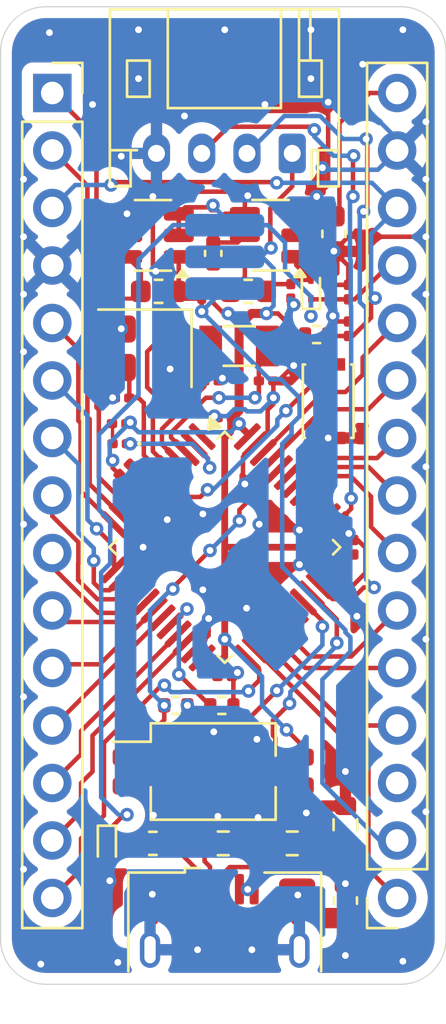
<source format=kicad_pcb>
(kicad_pcb (version 20241229) (generator "pcbnew") (generator_version "9.0")
  (layers (0 "F.Cu" signal) (2 "B.Cu" signal) (13 "F.Paste" user) (15 "B.Paste" user) (5 "F.SilkS" user "F.Silkscreen") (7 "B.SilkS" user "B.Silkscreen") (1 "F.Mask" user) (3 "B.Mask" user) (25 "Edge.Cuts" user))
  (net 0 "")
  (net 2 "VDD")
  (net 3 "RESET")
  (net 4 "3V3")
  (net 5 "VIN")
  (net 6 "5V")
  (net 7 "AREF")
  (net 8 "SWD_DIO")
  (net 9 "SWD_SCK")
  (net 10 "USB D-")
  (net 11 "USB D+")
  (net 12 "Net-(D1-A)")
  (net 13 "RTCIN")
  (net 14 "LED")
  (net 15 "OSCOUT")
  (net 16 "OSCIN")
  (net 17 "RTCOUT")
  (net 18 "Net-(J4-VBUS)")
  (net 19 "Net-(J4-D+)")
  (net 20 "Net-(J4-D-)")
  (net 21 "Net-(U2-SW)")
  (net 22 "Net-(U2-BST)")
  (net 23 "Net-(D2-A)")
  (net 24 "Net-(U3-SW)")
  (net 25 "Net-(U3-BST)")
  (net 26 "Net-(D3-A)")
  (net 27 "JTAG_JTDO")
  (net 28 "BOOT0")
  (net 29 "JTAG_JTDI")
  (net 30 "JTAG_JTRST")
  (net 31 "PB11")
  (net 32 "PB10")
  (net 33 "PB1")
  (net 34 "PB0")
  (net 35 "PA7")
  (net 36 "PA5")
  (net 37 "PA4")
  (net 38 "PA6")
  (net 39 "PA1")
  (net 40 "PA3")
  (net 41 "PA2")
  (net 42 "PA0")
  (net 43 "PB12")
  (net 44 "PB15")
  (net 45 "PB14")
  (net 46 "PB13")
  (net 47 "PB8")
  (net 48 "PB9")
  (net 49 "PB6")
  (net 50 "PB7")
  (net 51 "PB5")
  (net 52 "PA9")
  (net 53 "PA10")
  (net 54 "PA8")
  (net 55 "GND")
  (net 56 "BOOT1")
  (net 57 "Earth")
  (footprint "Resistor_SMD:R_0603_1608Metric" (layer "F.Cu") (at 139.636 91.567)
    (property "Reference" "R2" (hide yes))
    (property "Value" "20" (hide yes))
  )
  (footprint "Button_Switch_SMD:SW_DIP_SPSTx02_Slide_KingTek_DSHP02TS_W7.62mm_P1.27mm" (layer "F.Cu") (at 139.192 88.392)
    (property "Reference" "SW1" (hide yes))
    (property "Value" "SW_DIP_x02" (hide yes))
  )
  (footprint "Package_TO_SOT_SMD:TSOT-23-6" (layer "F.Cu") (at 141.7265 64.704 180)
    (property "Reference" "U2" (hide yes))
    (property "Value" "AP63205WU" (hide yes))
  )
  (footprint "Diode_SMD:D_SOD-923" (layer "F.Cu") (at 134.493 91.647 -90)
    (property "Reference" "D1" (hide yes))
    (property "Value" "onsemi ESD9L5.0ST5G" (hide yes))
  )
  (footprint "LED_SMD:LED_0201_0603Metric" (layer "F.Cu") (at 135.062 73.914 180)
    (property "Reference" "D3" (hide yes))
    (property "Value" "XL-0201SURC" (hide yes))
  )
  (footprint "Capacitor_SMD:C_0201_0603Metric" (layer "F.Cu") (at 144.399 67.219 90)
    (property "Reference" "C17" (hide yes))
    (property "Value" "X5R 6.3V 4.7uF" (hide yes))
  )
  (footprint "Resistor_SMD:R_0201_0603Metric" (layer "F.Cu") (at 135.037 73.025 180)
    (property "Reference" "R4" (hide yes))
    (property "Value" "4.7k" (hide yes))
  )
  (footprint "Capacitor_SMD:C_0201_0603Metric" (layer "F.Cu") (at 142.621 67.183 -90)
    (property "Reference" "C15" (hide yes))
    (property "Value" "X5R 6.3V 4.7uF" (hide yes))
  )
  (footprint "Package_TO_SOT_SMD:TSOT-23-6" (layer "F.Cu") (at 136.5305 64.709 180)
    (property "Reference" "U3" (hide yes))
    (property "Value" "AP63203WU" (hide yes))
  )
  (footprint "Resistor_SMD:R_0402_1005Metric" (layer "F.Cu") (at 143.762 69.088)
    (property "Reference" "R7" (hide yes))
    (property "Value" "100k" (hide yes))
  )
  (footprint "Capacitor_SMD:C_0603_1608Metric" (layer "F.Cu") (at 144.526 64.643 -90)
    (property "Reference" "C11" (hide yes))
    (property "Value" "X5R 25V 4.7uF" (hide yes))
  )
  (footprint "Capacitor_SMD:C_0201_0603Metric" (layer "F.Cu") (at 139.7 84.201)
    (property "Reference" "C8" (hide yes))
    (property "Value" "X5R 6.3V 100nF" (hide yes))
  )
  (footprint "Connector_JST:JST_PH_S4B-PH-K_1x04_P2.00mm_Horizontal" (layer "F.Cu") (at 142.684 61.087 180)
    (property "Reference" "J3" (hide yes))
    (property "Value" "Conn_01x04_Pin" (hide yes))
  )
  (footprint "Diode_SMD:D_SOD-923" (layer "F.Cu") (at 143.51 67.095 90)
    (property "Reference" "D2" (hide yes))
    (property "Value" "onsemi ESD9L5.0ST5G" (hide yes))
  )
  (footprint "Resistor_SMD:R_0603_1608Metric" (layer "F.Cu") (at 145.034 90.742 90)
    (property "Reference" "R3" (hide yes))
    (property "Value" "4.7k" (hide yes))
  )
  (footprint "Fuse:Fuse_0603_1608Metric" (layer "F.Cu") (at 136.525 91.567 180)
    (property "Reference" "F1" (hide yes))
    (property "Value" "0467001.NRHF" (hide yes))
  )
  (footprint "Capacitor_SMD:C_0201_0603Metric" (layer "F.Cu") (at 139.192 63.79 -90)
    (property "Reference" "C5" (hide yes))
    (property "Value" "X5R 6.3V 4.7uF" (hide yes))
  )
  (footprint "Capacitor_SMD:C_0201_0603Metric" (layer "F.Cu") (at 141.529 71.14)
    (property "Reference" "C1" (hide yes))
    (property "Value" "C0G 20pF 50V" (hide yes))
  )
  (footprint "Inductor_SMD:L_0603_1608Metric" (layer "F.Cu") (at 140.7415 67.183)
    (property "Reference" "L1" (hide yes))
    (property "Value" "LQM18PN4R7MFRL" (hide yes))
  )
  (footprint "Capacitor_SMD:C_0201_0603Metric" (layer "F.Cu") (at 145.161 68.834 90)
    (property "Reference" "C6" (hide yes))
    (property "Value" "X5R 6.3V 100nF" (hide yes))
  )
  (footprint "Button_Switch_SMD:SW_SPST_CK_KXT3" (layer "F.Cu") (at 144.272 72.035 90)
    (property "Reference" "SW2" (hide yes))
    (property "Value" "KXT331LHS" (hide yes))
  )
  (footprint "Package_QFP:LQFP-48_7x7mm_P0.5mm" (layer "F.Cu") (at 139.7 78.486 -45)
    (property "Reference" "U1" (hide yes))
    (property "Value" "STM32F103C8Tx" (hide yes))
  )
  (footprint "Crystal:Crystal_SMD_3225-4Pin_3.2x2.5mm" (layer "F.Cu") (at 136.1745 69.6965 180)
    (property "Reference" "Y1" (hide yes))
    (property "Value" "X32258MOB4SI" (hide yes))
  )
  (footprint "Resistor_SMD:R_0402_1005Metric" (layer "F.Cu") (at 137.539 85.471)
    (property "Reference" "R5" (hide yes))
    (property "Value" "100k" (hide yes))
  )
  (footprint "Capacitor_SMD:C_0201_0603Metric" (layer "F.Cu") (at 145.161 67.214 90)
    (property "Reference" "C18" (hide yes))
    (property "Value" "X5R 6.3V 4.7uF" (hide yes))
  )
  (footprint "Capacitor_SMD:C_0201_0603Metric" (layer "F.Cu") (at 139.7 72.771 180)
    (property "Reference" "C10" (hide yes))
    (property "Value" "X5R 6.3V 100nF" (hide yes))
  )
  (footprint "Capacitor_SMD:C_0201_0603Metric" (layer "F.Cu") (at 135.265048 75.046952 45)
    (property "Reference" "C9" (hide yes))
    (property "Value" "X5R 6.3V 100nF" (hide yes))
  )
  (footprint "Capacitor_SMD:C_0201_0603Metric" (layer "F.Cu") (at 134.874 67.183 -90)
    (property "Reference" "C14" (hide yes))
    (property "Value" "X5R 6.3V 100nF" (hide yes))
  )
  (footprint "Capacitor_SMD:C_0201_0603Metric" (layer "F.Cu") (at 138.684 67.183 90)
    (property "Reference" "C16" (hide yes))
    (property "Value" "X5R 6.3V 4.7uF" (hide yes))
  )
  (footprint "Connector_PinSocket_2.54mm:PinSocket_1x15_P2.54mm_Vertical" (layer "F.Cu") (at 132.08 58.42)
    (property "Reference" "J1" (hide yes))
    (property "Value" "Conn_01x15_Socket" (hide yes))
  )
  (footprint "Capacitor_SMD:C_0201_0603Metric" (layer "F.Cu") (at 137.069 71.8945)
    (property "Reference" "C3" (hide yes))
    (property "Value" "C0G 20pF 50V" (hide yes))
  )
  (footprint "Capacitor_SMD:C_0603_1608Metric" (layer "F.Cu") (at 145.034 94.094 -90)
    (property "Reference" "C12" (hide yes))
    (property "Value" "X5R 6.3V 100nF" (hide yes))
  )
  (footprint "Capacitor_SMD:C_0201_0603Metric" (layer "F.Cu") (at 145.415 78.486 90)
    (property "Reference" "C7" (hide yes))
    (property "Value" "X5R 6.3V 100nF" (hide yes))
  )
  (footprint "Crystal:Crystal_SMD_3215-2Pin_3.2x1.5mm" (layer "F.Cu") (at 140.33 69.596)
    (property "Reference" "Y2" (hide yes))
    (property "Value" "SC-32S32.768KHz20PPM12.5pF" (hide yes))
  )
  (footprint "Resistor_SMD:R_0402_1005Metric" (layer "F.Cu") (at 139.573 85.471)
    (property "Reference" "R6" (hide yes))
    (property "Value" "100k" (hide yes))
  )
  (footprint "Capacitor_SMD:C_0201_0603Metric" (layer "F.Cu") (at 135.164 71.8945 180)
    (property "Reference" "C4" (hide yes))
    (property "Value" "C0G 20pF 50V" (hide yes))
  )
  (footprint "Connector_PinSocket_2.54mm:PinSocket_1x15_P2.54mm_Vertical" (layer "F.Cu") (at 147.32 93.98 180)
    (property "Reference" "J2" (hide yes))
    (property "Value" "Conn_01x15_Socket" (hide yes))
  )
  (footprint "Inductor_SMD:L_0603_1608Metric" (layer "F.Cu") (at 136.779 67.183)
    (property "Reference" "L2" (hide yes))
    (property "Value" "LQM18PN4R7MFRL" (hide yes))
  )
  (footprint "Capacitor_SMD:C_0402_1005Metric" (layer "F.Cu") (at 139.192 65.504 -90)
    (property "Reference" "C13" (hide yes))
    (property "Value" "X7R 100nF 50V" (hide yes))
  )
  (footprint "Connector_USB:USB_Micro-B_Amphenol_10118193-0001LF_Horizontal" (layer "F.Cu") (at 139.7 96.266)
    (property "Reference" "J4" (hide yes))
    (property "Value" "USB_B_Micro" (hide yes))
  )
  (footprint "Resistor_SMD:R_0603_1608Metric" (layer "F.Cu") (at 142.684 91.567)
    (property "Reference" "R1" (hide yes))
    (property "Value" "20" (hide yes))
  )
  (footprint "Capacitor_SMD:C_0201_0603Metric" (layer "F.Cu") (at 139.116 71.14)
    (property "Reference" "C2" (hide yes))
    (property "Value" "C0G 20pF 50V" (hide yes))
  )
  (footprint "0000_Library:Voltage_Selector" (layer "B.Cu") (at 139.7 64.259 180)
    (property "Reference" "J5" (hide yes))
    (property "Value" "Conn_01x03_Pin" (hide yes))
  )
  (gr_line (start 149.479 56.61) (end 149.479 95.79) (stroke (width 0.05)) (layer "Edge.Cuts"))
  (gr_arc (start 131.794 97.79) (mid 130.379786 97.204214) (end 129.794 95.79) (stroke (width 0.05)) (layer "Edge.Cuts"))
  (gr_line (start 147.479 97.79) (end 131.794 97.79) (stroke (width 0.05)) (layer "Edge.Cuts"))
  (gr_line (start 129.794 95.79) (end 129.794 56.61) (stroke (width 0.05)) (layer "Edge.Cuts"))
  (gr_arc (start 129.794 56.61) (mid 130.379786 55.195786) (end 131.794 54.61) (stroke (width 0.05)) (layer "Edge.Cuts"))
  (gr_arc (start 149.479 95.79) (mid 148.893214 97.204214) (end 147.479 97.79) (stroke (width 0.05)) (layer "Edge.Cuts"))
  (gr_arc (start 147.479 54.61) (mid 148.893214 55.195786) (end 149.479 56.61) (stroke (width 0.05)) (layer "Edge.Cuts"))
  (gr_line (start 131.794 54.61) (end 147.479 54.61) (stroke (width 0.05)) (layer "Edge.Cuts"))
  (segment (start 140.698788 73.598124) (end 140.698788 73.449788) (width 0.3) (layer "F.Cu") (net 2))
  (segment (start 143.002 87.122) (end 143.002 87.757) (width 0.2) (layer "F.Cu") (net 2))
  (segment (start 143.252 69.088) (end 142.982001 69.088) (width 0.2) (layer "F.Cu") (net 2))
  (segment (start 139.38 84.201) (end 138.701212 83.522212) (width 0.2) (layer "F.Cu") (net 2))
  (segment (start 142.982001 69.088) (end 142.052001 68.158) (width 0.2) (layer "F.Cu") (net 2))
  (segment (start 141.5415 68.158) (end 140.884 68.158) (width 0.4) (layer "F.Cu") (net 2))
  (segment (start 139.38 83.632) (end 139.38 84.201) (width 0.3) (layer "F.Cu") (net 2))
  (segment (start 139.7 78.486) (end 144.653 78.486) (width 0.3) (layer "F.Cu") (net 2))
  (segment (start 135.468527 73.025) (end 135.524 72.969527) (width 0.2) (layer "F.Cu") (net 2))
  (segment (start 139.961 73.399) (end 139.7 73.66) (width 0.3) (layer "F.Cu") (net 2))
  (segment (start 144.736212 79.484788) (end 144.587876 79.484788) (width 0.2) (layer "F.Cu") (net 2))
  (segment (start 144.653 78.486) (end 144.973 78.806) (width 0.3) (layer "F.Cu") (net 2))
  (segment (start 140.335 68.707) (end 140.335 72.456) (width 0.4) (layer "F.Cu") (net 2))
  (segment (start 142.684 62.548) (end 142.684 61.087) (width 0.2) (layer "F.Cu") (net 2))
  (segment (start 140.335 72.456) (end 140.02 72.771) (width 0.4) (layer "F.Cu") (net 2))
  (segment (start 135.872785 76.426551) (end 135.038774 75.59254) (width 0.2) (layer "F.Cu") (net 2))
  (segment (start 134.747 74.981452) (end 135.038774 75.273226) (width 0.2) (layer "F.Cu") (net 2))
  (segment (start 140.335 73.025) (end 140.274 73.025) (width 0.2) (layer "F.Cu") (net 2))
  (segment (start 145.415 78.806) (end 144.736212 79.484788) (width 0.2) (layer "F.Cu") (net 2))
  (segment (start 139.961 72.83) (end 139.961 73.399) (width 0.3) (layer "F.Cu") (net 2))
  (segment (start 141.714986 65.235476) (end 141.714986 63.517014) (width 0.2) (layer "F.Cu") (net 2))
  (segment (start 135.357 73.025) (end 135.468527 73.025) (width 0.2) (layer "F.Cu") (net 2))
  (segment (start 140.884 68.158) (end 140.335 68.707) (width 0.4) (layer "F.Cu") (net 2))
  (segment (start 142.4305 86.5505) (end 143.002 87.122) (width 0.2) (layer "F.Cu") (net 2))
  (segment (start 143.002 89.027) (end 143.002 87.757) (width 0.2) (layer "F.Cu") (net 2))
  (segment (start 139.7 73.66) (end 139.7 78.486) (width 0.3) (layer "F.Cu") (net 2))
  (segment (start 140.02 72.771) (end 139.961 72.83) (width 0.3) (layer "F.Cu") (net 2))
  (segment (start 140.274 73.025) (end 140.02 72.771) (width 0.2) (layer "F.Cu") (net 2))
  (segment (start 141.714986 63.517014) (end 142.684 62.548) (width 0.2) (layer "F.Cu") (net 2))
  (segment (start 144.973 78.806) (end 145.415 78.806) (width 0.3) (layer "F.Cu") (net 2))
  (segment (start 142.052001 68.158) (end 141.5415 68.158) (width 0.2) (layer "F.Cu") (net 2))
  (segment (start 140.698788 73.449788) (end 140.02 72.771) (width 0.3) (layer "F.Cu") (net 2))
  (segment (start 139.7 78.486) (end 139.7 82.55) (width 0.3) (layer "F.Cu") (net 2))
  (segment (start 138.701212 83.522212) (end 138.701212 83.373876) (width 0.2) (layer "F.Cu") (net 2))
  (segment (start 141.744077 65.264567) (end 141.714986 65.235476) (width 0.2) (layer "F.Cu") (net 2))
  (segment (start 139.7 82.55) (end 139.7 83.312) (width 0.3) (layer "F.Cu") (net 2))
  (segment (start 134.747 74.6506) (end 134.747 74.981452) (width 0.2) (layer "F.Cu") (net 2))
  (segment (start 139.7 83.312) (end 139.38 83.632) (width 0.3) (layer "F.Cu") (net 2))
  (segment (start 135.038774 75.59254) (end 135.038774 75.273226) (width 0.2) (layer "F.Cu") (net 2))
  (via (at 141.744077 65.264567) (size 0.6) (drill 0.3) (layers "F.Cu" "B.Cu") (net 2))
  (via (at 140.335 73.025) (size 0.6) (drill 0.3) (layers "F.Cu" "B.Cu") (net 2))
  (via (at 134.747 74.6506) (size 0.6) (drill 0.3) (layers "F.Cu" "B.Cu") (net 2))
  (via (at 141.5415 68.158) (size 0.6) (drill 0.3) (layers "F.Cu" "B.Cu") (net 2))
  (via (at 139.7 82.55) (size 0.6) (drill 0.3) (layers "F.Cu" "B.Cu") (net 2))
  (via (at 142.4305 86.5505) (size 0.6) (drill 0.3) (layers "F.Cu" "B.Cu") (net 2))
  (via (at 135.524 72.969527) (size 0.6) (drill 0.3) (layers "F.Cu" "B.Cu") (net 2))
  (segment (start 141.351 84.201) (end 139.7 82.55) (width 0.2) (layer "B.Cu") (net 2))
  (segment (start 135.89 73.406) (end 139.954 73.406) (width 0.2) (layer "B.Cu") (net 2))
  (segment (start 141.315189 65.659) (end 139.7 65.659) (width 0.2) (layer "B.Cu") (net 2))
  (segment (start 141.351 65.659) (end 139.7 65.659) (width 0.2) (layer "B.Cu") (net 2))
  (segment (start 135.524 73.04) (end 135.524 72.969527) (width 0.2) (layer "B.Cu") (net 2))
  (segment (start 141.5415 68.1355) (end 141.859 67.818) (width 0.2) (layer "B.Cu") (net 2))
  (segment (start 134.62 73.873527) (end 134.62 74.5236) (width 0.2) (layer "B.Cu") (net 2))
  (segment (start 135.89 73.406) (end 135.524 73.04) (width 0.2) (layer "B.Cu") (net 2))
  (segment (start 141.859 66.167) (end 141.351 65.659) (width 0.2) (layer "B.Cu") (net 2))
  (segment (start 141.5415 68.158) (end 141.5415 68.1355) (width 0.2) (layer "B.Cu") (net 2))
  (segment (start 134.62 74.5236) (end 134.747 74.6506) (width 0.2) (layer "B.Cu") (net 2))
  (segment (start 141.738713 65.259203) (end 141.714986 65.259203) (width 0.2) (layer "B.Cu") (net 2))
  (segment (start 139.954 73.406) (end 140.335 73.025) (width 0.2) (layer "B.Cu") (net 2))
  (segment (start 135.524 72.969527) (end 134.62 73.873527) (width 0.2) (layer "B.Cu") (net 2))
  (segment (start 141.744077 65.264567) (end 141.738713 65.259203) (width 0.2) (layer "B.Cu") (net 2))
  (segment (start 141.714986 65.259203) (end 141.315189 65.659) (width 0.2) (layer "B.Cu") (net 2))
  (segment (start 141.859 67.818) (end 141.859 66.167) (width 0.2) (layer "B.Cu") (net 2))
  (segment (start 142.4305 86.5505) (end 141.351 85.471) (width 0.2) (layer "B.Cu") (net 2))
  (segment (start 141.351 85.471) (end 141.351 84.201) (width 0.2) (layer "B.Cu") (net 2))
  (segment (start 136.579891 75.719445) (end 137.125298 76.264852) (width 0.2) (layer "F.Cu") (net 3))
  (segment (start 145.161 69.154) (end 145.360999 69.154) (width 0.2) (layer "F.Cu") (net 3))
  (segment (start 144.272 70.590596) (end 144.272 70.41) (width 0.2) (layer "F.Cu") (net 3))
  (segment (start 144.338 69.154) (end 144.272 69.088) (width 0.2) (layer "F.Cu") (net 3))
  (segment (start 144.272 69.088) (end 144.272 70.41) (width 0.2) (layer "F.Cu") (net 3))
  (segment (start 145.360999 69.154) (end 146.169 68.345999) (width 0.2) (layer "F.Cu") (net 3))
  (segment (start 138.619148 76.264852) (end 138.938 75.946) (width 0.2) (layer "F.Cu") (net 3))
  (segment (start 134.6708 62.484) (end 134.7978 62.357) (width 0.2) (layer "F.Cu") (net 3))
  (segment (start 142.407098 72.455498) (end 144.272 70.590596) (width 0.2) (layer "F.Cu") (net 3))
  (segment (start 134.7978 62.357) (end 141.967585 62.357) (width 0.2) (layer "F.Cu") (net 3))
  (segment (start 141.967585 62.357) (end 141.997028 62.386443) (width 0.2) (layer "F.Cu") (net 3))
  (segment (start 137.125298 76.264852) (end 138.619148 76.264852) (width 0.2) (layer "F.Cu") (net 3))
  (segment (start 146.169 68.345999) (end 146.169 67.65853) (width 0.2) (layer "F.Cu") (net 3))
  (segment (start 145.161 69.154) (end 144.338 69.154) (width 0.2) (layer "F.Cu") (net 3))
  (segment (start 146.169 67.65853) (end 146.347265 67.480265) (width 0.2) (layer "F.Cu") (net 3))
  (via (at 138.938 75.946) (size 0.6) (drill 0.3) (layers "F.Cu" "B.Cu") (net 3))
  (via (at 141.997028 62.386443) (size 0.6) (drill 0.3) (layers "F.Cu" "B.Cu") (net 3))
  (via (at 146.347265 67.480265) (size 0.6) (drill 0.3) (layers "F.Cu" "B.Cu") (net 3))
  (via (at 134.6708 62.484) (size 0.6) (drill 0.3) (layers "F.Cu" "B.Cu") (net 3))
  (via (at 142.407098 72.455498) (size 0.6) (drill 0.3) (layers "F.Cu" "B.Cu") (net 3))
  (segment (start 146.347265 67.480265) (end 146.169 67.302) (width 0.2) (layer "B.Cu") (net 3))
  (segment (start 133.096 62.484) (end 132.08 63.5) (width 0.2) (layer "B.Cu") (net 3))
  (segment (start 142.024003 72.838593) (end 142.024003 73.113997) (width 0.2) (layer "B.Cu") (net 3))
  (segment (start 134.6708 62.484) (end 133.096 62.484) (width 0.2) (layer "B.Cu") (net 3))
  (segment (start 146.206443 62.386443) (end 147.32 63.5) (width 0.2) (layer "B.Cu") (net 3))
  (segment (start 141.997028 62.386443) (end 146.206443 62.386443) (width 0.2) (layer "B.Cu") (net 3))
  (segment (start 146.169 67.302) (end 146.169 64.651) (width 0.2) (layer "B.Cu") (net 3))
  (segment (start 139.192 75.946) (end 138.938 75.946) (width 0.2) (layer "B.Cu") (net 3))
  (segment (start 146.169 64.651) (end 147.32 63.5) (width 0.2) (layer "B.Cu") (net 3))
  (segment (start 142.024003 73.113997) (end 139.192 75.946) (width 0.2) (layer "B.Cu") (net 3))
  (segment (start 142.407098 72.455498) (end 142.024003 72.838593) (width 0.2) (layer "B.Cu") (net 3))
  (segment (start 137.668 65.659) (end 137.668 67.183) (width 0.2) (layer "F.Cu") (net 4))
  (segment (start 137.5665 67.183) (end 137.8865 67.503) (width 0.2) (layer "F.Cu") (net 4))
  (segment (start 137.8865 67.503) (end 138.684 67.503) (width 0.2) (layer "F.Cu") (net 4))
  (segment (start 138.684 68.072) (end 138.684 67.503) (width 0.2) (layer "F.Cu") (net 4))
  (via (at 138.684 68.072) (size 0.6) (drill 0.3) (layers "F.Cu" "B.Cu") (net 4))
  (segment (start 142.656041 73.056498) (end 143.008098 72.704441) (width 0.2) (layer "B.Cu") (net 4))
  (segment (start 141.6726 71.0606) (end 138.684 68.072) (width 0.2) (layer "B.Cu") (net 4))
  (segment (start 146.558 91.44) (end 144.018 88.9) (width 0.2) (layer "B.Cu") (net 4))
  (segment (start 142.24 73.914) (end 142.656041 73.497959) (width 0.2) (layer "B.Cu") (net 4))
  (segment (start 143.002 72.200457) (end 143.002 71.882) (width 0.2) (layer "B.Cu") (net 4))
  (segment (start 143.008098 72.704441) (end 143.008098 72.206555) (width 0.2) (layer "B.Cu") (net 4))
  (segment (start 138.684 68.072) (end 139.697 67.059) (width 0.2) (layer "B.Cu") (net 4))
  (segment (start 142.656041 73.497959) (end 142.656041 73.056498) (width 0.2) (layer "B.Cu") (net 4))
  (segment (start 139.697 67.059) (end 139.954 67.059) (width 0.2) (layer "B.Cu") (net 4))
  (segment (start 145.254 82.463057) (end 145.034 82.243057) (width 0.2) (layer "B.Cu") (net 4))
  (segment (start 147.32 91.44) (end 146.558 91.44) (width 0.2) (layer "B.Cu") (net 4))
  (segment (start 143.008098 72.206555) (end 143.002 72.200457) (width 0.2) (layer "B.Cu") (net 4))
  (segment (start 142.1806 71.0606) (end 141.6726 71.0606) (width 0.2) (layer "B.Cu") (net 4))
  (segment (start 144.018 84.328) (end 145.254 83.092) (width 0.2) (layer "B.Cu") (net 4))
  (segment (start 145.254 83.092) (end 145.254 82.463057) (width 0.2) (layer "B.Cu") (net 4))
  (segment (start 145.034 82.243057) (end 145.034 82.1436) (width 0.2) (layer "B.Cu") (net 4))
  (segment (start 142.24 79.3496) (end 142.24 73.914) (width 0.2) (layer "B.Cu") (net 4))
  (segment (start 145.034 82.1436) (end 142.24 79.3496) (width 0.2) (layer "B.Cu") (net 4))
  (segment (start 144.018 88.9) (end 144.018 84.328) (width 0.2) (layer "B.Cu") (net 4))
  (segment (start 143.002 71.882) (end 142.1806 71.0606) (width 0.2) (layer "B.Cu") (net 4))
  (segment (start 146.1008 58.42) (end 144.769 59.7518) (width 0.2) (layer "F.Cu") (net 5))
  (segment (start 147.32 58.42) (end 146.1008 58.42) (width 0.2) (layer "F.Cu") (net 5))
  (segment (start 144.769 59.7518) (end 144.769 63.625) (width 0.2) (layer "F.Cu") (net 5))
  (segment (start 142.864 64.704) (end 142.864 63.754) (width 0.2) (layer "F.Cu") (net 5))
  (segment (start 144.769 63.625) (end 144.526 63.868) (width 0.2) (layer "F.Cu") (net 5))
  (segment (start 144.526 63.868) (end 144.412 63.754) (width 0.2) (layer "F.Cu") (net 5))
  (segment (start 144.412 63.754) (end 142.864 63.754) (width 0.2) (layer "F.Cu") (net 5))
  (segment (start 139.180598 63.406176) (end 139.192 63.417578) (width 0.2) (layer "F.Cu") (net 6))
  (segment (start 146.939 66.04) (end 145.445 67.534) (width 0.2) (layer "F.Cu") (net 6))
  (segment (start 139.192 63.417578) (end 139.192 63.47) (width 0.2) (layer "F.Cu") (net 6))
  (segment (start 143.529 67.534) (end 143.51 67.515) (width 0.2) (layer "F.Cu") (net 6))
  (segment (start 137.668 64.709) (end 137.668 63.759) (width 0.2) (layer "F.Cu") (net 6))
  (segment (start 145.445 67.534) (end 143.529 67.534) (width 0.2) (layer "F.Cu") (net 6))
  (segment (start 147.32 66.04) (end 146.939 66.04) (width 0.2) (layer "F.Cu") (net 6))
  (segment (start 139.180598 63.38) (end 139.180598 63.406176) (width 0.2) (layer "F.Cu") (net 6))
  (segment (start 135.382 90.297) (end 135.255 90.297) (width 0.2) (layer "F.Cu") (net 6))
  (segment (start 135.255 90.297) (end 134.493 91.059) (width 0.2) (layer "F.Cu") (net 6))
  (segment (start 137.957 63.47) (end 139.192 63.47) (width 0.2) (layer "F.Cu") (net 6))
  (segment (start 134.493 91.059) (end 134.493 91.227) (width 0.2) (layer "F.Cu") (net 6))
  (segment (start 143.51 68.2752) (end 143.51 67.515) (width 0.2) (layer "F.Cu") (net 6))
  (segment (start 137.668 63.759) (end 137.957 63.47) (width 0.2) (layer "F.Cu") (net 6))
  (via (at 143.51 68.2752) (size 0.6) (drill 0.3) (layers "F.Cu" "B.Cu") (net 6))
  (via (at 135.382 90.297) (size 0.6) (drill 0.3) (layers "F.Cu" "B.Cu") (net 6))
  (via (at 139.180598 63.38) (size 0.6) (drill 0.3) (layers "F.Cu" "B.Cu") (net 6))
  (segment (start 139.7 63.925578) (end 139.7 64.259) (width 0.2) (layer "B.Cu") (net 6))
  (segment (start 139.180598 63.406176) (end 139.7 63.925578) (width 0.2) (layer "B.Cu") (net 6))
  (segment (start 134.923 72.722) (end 134.923 72.720584) (width 0.2) (layer "B.Cu") (net 6))
  (segment (start 135.89 65.786) (end 137.417 64.259) (width 0.2) (layer "B.Cu") (net 6))
  (segment (start 143.51 68.2752) (end 143.51 67.4116) (width 0.2) (layer "B.Cu") (net 6))
  (segment (start 142.367 66.2686) (end 142.367 65.024) (width 0.2) (layer "B.Cu") (net 6))
  (segment (start 135.89 71.755) (end 135.89 65.786) (width 0.2) (layer "B.Cu") (net 6))
  (segment (start 135.001 90.297) (end 134.239 89.535) (width 0.2) (layer "B.Cu") (net 6))
  (segment (start 137.417 64.259) (end 139.7 64.259) (width 0.2) (layer "B.Cu") (net 6))
  (segment (start 134.239 89.535) (end 134.239 79.600055) (width 0.2) (layer "B.Cu") (net 6))
  (segment (start 134.639668 79.199387) (end 134.639668 77.337268) (width 0.2) (layer "B.Cu") (net 6))
  (segment (start 134.639668 77.337268) (end 134.146 76.8436) (width 0.2) (layer "B.Cu") (net 6))
  (segment (start 142.367 65.024) (end 141.602 64.259) (width 0.2) (layer "B.Cu") (net 6))
  (segment (start 139.180598 63.38) (end 139.180598 63.406176) (width 0.2) (layer "B.Cu") (net 6))
  (segment (start 134.923 72.720584) (end 135.275057 72.368527) (width 0.2) (layer "B.Cu") (net 6))
  (segment (start 134.239 79.600055) (end 134.639668 79.199387) (width 0.2) (layer "B.Cu") (net 6))
  (segment (start 141.602 64.259) (end 139.7 64.259) (width 0.2) (layer "B.Cu") (net 6))
  (segment (start 143.51 67.4116) (end 142.367 66.2686) (width 0.2) (layer "B.Cu") (net 6))
  (segment (start 135.275057 72.368527) (end 135.276473 72.368527) (width 0.2) (layer "B.Cu") (net 6))
  (segment (start 134.146 73.499) (end 134.923 72.722) (width 0.2) (layer "B.Cu") (net 6))
  (segment (start 134.146 76.8436) (end 134.146 73.499) (width 0.2) (layer "B.Cu") (net 6))
  (segment (start 135.276473 72.368527) (end 135.89 71.755) (width 0.2) (layer "B.Cu") (net 6))
  (segment (start 146.304 80.264) (end 145.844424 80.264) (width 0.2) (layer "F.Cu") (net 8))
  (segment (start 145.9484 60.452) (end 145.9484 60.611358) (width 0.2) (layer "F.Cu") (net 8))
  (segment (start 145.998165 60.661123) (end 145.998165 63.491435) (width 0.2) (layer "F.Cu") (net 8))
  (segment (start 145.9484 60.611358) (end 145.998165 60.661123) (width 0.2) (layer "F.Cu") (net 8))
  (segment (start 144.613629 80.784749) (end 144.60088 80.772) (width 0.2) (layer "F.Cu") (net 8))
  (segment (start 145.844424 80.264) (end 145.323675 80.784749) (width 0.2) (layer "F.Cu") (net 8))
  (segment (start 144.460874 80.772) (end 143.880769 80.191895) (width 0.2) (layer "F.Cu") (net 8))
  (segment (start 145.998165 63.491435) (end 145.8372 63.6524) (width 0.2) (layer "F.Cu") (net 8))
  (segment (start 144.60088 80.772) (end 144.460874 80.772) (width 0.2) (layer "F.Cu") (net 8))
  (segment (start 145.323675 80.784749) (end 144.613629 80.784749) (width 0.2) (layer "F.Cu") (net 8))
  (via (at 145.9484 60.452) (size 0.6) (drill 0.3) (layers "F.Cu" "B.Cu") (net 8))
  (via (at 146.304 80.264) (size 0.6) (drill 0.3) (layers "F.Cu" "B.Cu") (net 8))
  (via (at 145.8372 63.6524) (size 0.6) (drill 0.3) (layers "F.Cu" "B.Cu") (net 8))
  (segment (start 145.669 67.651943) (end 145.669 63.8206) (width 0.2) (layer "B.Cu") (net 8))
  (segment (start 140.684 61.087) (end 140.843 61.087) (width 0.2) (layer "B.Cu") (net 8))
  (segment (start 145.9484 67.931343) (end 145.669 67.651943) (width 0.2) (layer "B.Cu") (net 8))
  (segment (start 145.9484 79.9084) (end 145.9484 67.931343) (width 0.2) (layer "B.Cu") (net 8))
  (segment (start 143.9164 59.436) (end 142.335 59.436) (width 0.2) (layer "B.Cu") (net 8))
  (segment (start 142.335 59.436) (end 140.684 61.087) (width 0.2) (layer "B.Cu") (net 8))
  (segment (start 144.9324 60.452) (end 143.9164 59.436) (width 0.2) (layer "B.Cu") (net 8))
  (segment (start 145.9484 60.452) (end 144.9324 60.452) (width 0.2) (layer "B.Cu") (net 8))
  (segment (start 145.669 63.8206) (end 145.8372 63.6524) (width 0.2) (layer "B.Cu") (net 8))
  (segment (start 146.304 80.264) (end 145.9484 79.9084) (width 0.2) (layer "B.Cu") (net 8))
  (segment (start 145.369 61.21953) (end 145.397165 61.191365) (width 0.2) (layer "F.Cu") (net 9))
  (segment (start 139.86 59.911) (end 138.684 61.087) (width 0.2) (layer "F.Cu") (net 9))
  (segment (start 143.657271 60.048671) (end 143.5196 59.911) (width 0.2) (layer "F.Cu") (net 9))
  (segment (start 143.5196 59.911) (end 139.86 59.911) (width 0.2) (layer "F.Cu") (net 9))
  (segment (start 143.65984 60.048671) (end 143.657271 60.048671) (width 0.2) (layer "F.Cu") (net 9))
  (segment (start 145.288 76.324675) (end 145.288 76.787088) (width 0.2) (layer "F.Cu") (net 9))
  (segment (start 145.288 76.787088) (end 144.587876 77.487212) (width 0.2) (layer "F.Cu") (net 9))
  (segment (start 145.369 62.992) (end 145.369 61.21953) (width 0.2) (layer "F.Cu") (net 9))
  (via (at 145.288 76.324675) (size 0.6) (drill 0.3) (layers "F.Cu" "B.Cu") (net 9))
  (via (at 145.397165 61.191365) (size 0.6) (drill 0.3) (layers "F.Cu" "B.Cu") (net 9))
  (via (at 143.65984 60.048671) (size 0.6) (drill 0.3) (layers "F.Cu" "B.Cu") (net 9))
  (via (at 145.369 62.992) (size 0.6) (drill 0.3) (layers "F.Cu" "B.Cu") (net 9))
  (segment (start 145.2362 63.403457) (end 145.2372 63.402457) (width 0.2) (layer "B.Cu") (net 9))
  (segment (start 145.2362 63.901343) (end 145.2362 63.403457) (width 0.2) (layer "B.Cu") (net 9))
  (segment (start 143.65984 60.34784) (end 144.503365 61.191365) (width 0.2) (layer "B.Cu") (net 9))
  (segment (start 145.288 67.838043) (end 145.268 67.818043) (width 0.2) (layer "B.Cu") (net 9))
  (segment (start 145.2372 63.1238) (end 145.369 62.992) (width 0.2) (layer "B.Cu") (net 9))
  (segment (start 145.2372 63.902343) (end 145.2362 63.901343) (width 0.2) (layer "B.Cu") (net 9))
  (segment (start 143.65984 60.048671) (end 143.65984 60.34784) (width 0.2) (layer "B.Cu") (net 9))
  (segment (start 139.065 61.087) (end 138.684 61.087) (width 0.2) (layer "B.Cu") (net 9))
  (segment (start 145.2372 65.7777) (end 145.2372 63.902343) (width 0.2) (layer "B.Cu") (net 9))
  (segment (start 145.268 67.818043) (end 145.268 65.8085) (width 0.2) (layer "B.Cu") (net 9))
  (segment (start 145.268 65.8085) (end 145.2372 65.7777) (width 0.2) (layer "B.Cu") (net 9))
  (segment (start 144.503365 61.191365) (end 145.397165 61.191365) (width 0.2) (layer "B.Cu") (net 9))
  (segment (start 145.288 76.324675) (end 145.288 67.838043) (width 0.2) (layer "B.Cu") (net 9))
  (segment (start 145.2372 63.402457) (end 145.2372 63.1238) (width 0.2) (layer "B.Cu") (net 9))
  (segment (start 144.018 81.9912) (end 144.018 81.74334) (width 0.2) (layer "F.Cu") (net 10))
  (segment (start 140.3096 91.4156) (end 140.461 91.567) (width 0.2) (layer "F.Cu") (net 10))
  (segment (start 140.3096 86.5124) (end 140.3096 91.4156) (width 0.2) (layer "F.Cu") (net 10))
  (segment (start 142.000663 84.821337) (end 140.3096 86.5124) (width 0.2) (layer "F.Cu") (net 10))
  (segment (start 142.000663 84.817173) (end 142.000663 84.821337) (width 0.2) (layer "F.Cu") (net 10))
  (segment (start 144.018 81.74334) (end 143.173662 80.899002) (width 0.2) (layer "F.Cu") (net 10))
  (via (at 144.018 81.9912) (size 0.6) (drill 0.3) (layers "F.Cu" "B.Cu") (net 10))
  (via (at 142.000663 84.817173) (size 0.6) (drill 0.3) (layers "F.Cu" "B.Cu") (net 10))
  (segment (start 142.004827 84.817173) (end 142.000663 84.817173) (width 0.2) (layer "B.Cu") (net 10))
  (segment (start 144.018 81.9912) (end 144.018 82.804) (width 0.2) (layer "B.Cu") (net 10))
  (segment (start 144.018 82.804) (end 142.004827 84.817173) (width 0.2) (layer "B.Cu") (net 10))
  (segment (start 142.499002 85.450208) (end 142.499002 85.465998) (width 0.2) (layer "F.Cu") (net 11))
  (segment (start 141.8295 86.799443) (end 141.9352 86.905143) (width 0.2) (layer "F.Cu") (net 11))
  (segment (start 144.653 82.712) (end 144.653 81.671234) (width 0.2) (layer "F.Cu") (net 11))
  (segment (start 141.9352 86.905143) (end 141.9352 90.2462) (width 0.2) (layer "F.Cu") (net 11))
  (segment (start 143.256 91.567) (end 143.509 91.567) (width 0.2) (layer "F.Cu") (net 11))
  (segment (start 141.8295 86.301557) (end 141.8295 86.799443) (width 0.2) (layer "F.Cu") (net 11))
  (segment (start 141.8336 86.1314) (end 141.8336 86.297457) (width 0.2) (layer "F.Cu") (net 11))
  (segment (start 141.9352 90.2462) (end 143.256 91.567) (width 0.2) (layer "F.Cu") (net 11))
  (segment (start 142.56635 85.38286) (end 142.499002 85.450208) (width 0.2) (layer "F.Cu") (net 11))
  (segment (start 142.499002 85.465998) (end 141.8336 86.1314) (width 0.2) (layer "F.Cu") (net 11))
  (segment (start 144.653 81.671234) (end 143.527215 80.545449) (width 0.2) (layer "F.Cu") (net 11))
  (segment (start 141.8336 86.297457) (end 141.8295 86.301557) (width 0.2) (layer "F.Cu") (net 11))
  (segment (start 143.509 91.567) (end 145.034 91.567) (width 0.2) (layer "F.Cu") (net 11))
  (via (at 144.653 82.712) (size 0.6) (drill 0.3) (layers "F.Cu" "B.Cu") (net 11))
  (via (at 142.56635 85.38286) (size 0.6) (drill 0.3) (layers "F.Cu" "B.Cu") (net 11))
  (segment (start 142.601663 84.880737) (end 142.601663 85.066116) (width 0.2) (layer "B.Cu") (net 11))
  (segment (start 142.56635 85.101429) (end 142.56635 85.38286) (width 0.2) (layer "B.Cu") (net 11))
  (segment (start 142.601663 85.066116) (end 142.56635 85.101429) (width 0.2) (layer "B.Cu") (net 11))
  (segment (start 144.653 82.8294) (end 142.601663 84.880737) (width 0.2) (layer "B.Cu") (net 11))
  (segment (start 144.653 82.712) (end 144.653 82.8294) (width 0.2) (layer "B.Cu") (net 11))
  (segment (start 134.493 92.067) (end 135.2375 92.067) (width 0.2) (layer "F.Cu") (net 12))
  (segment (start 135.2375 92.067) (end 135.7375 91.567) (width 0.2) (layer "F.Cu") (net 12))
  (segment (start 137.327 73.638126) (end 137.994105 74.305231) (width 0.2) (layer "F.Cu") (net 13))
  (segment (start 137.327 73.4251) (end 137.327 73.638126) (width 0.2) (layer "F.Cu") (net 13))
  (segment (start 138.8701 71.882) (end 137.327 73.4251) (width 0.2) (layer "F.Cu") (net 13))
  (segment (start 141.209 71.708) (end 141.209 71.14) (width 0.2) (layer "F.Cu") (net 13))
  (segment (start 139.446 71.882) (end 138.8701 71.882) (width 0.2) (layer "F.Cu") (net 13))
  (segment (start 141.035 71.882) (end 141.209 71.708) (width 0.2) (layer "F.Cu") (net 13))
  (segment (start 141.209 69.987) (end 141.209 71.14) (width 0.2) (layer "F.Cu") (net 13))
  (segment (start 141.58 69.835) (end 141.209 70.206) (width 0.2) (layer "F.Cu") (net 13))
  (via (at 141.035 71.882) (size 0.6) (drill 0.3) (layers "F.Cu" "B.Cu") (net 13))
  (via (at 139.446 71.882) (size 0.6) (drill 0.3) (layers "F.Cu" "B.Cu") (net 13))
  (segment (start 141.035 71.882) (end 139.446 71.882) (width 0.2) (layer "B.Cu") (net 13))
  (segment (start 135.524 73.914) (end 135.382 73.914) (width 0.2) (layer "F.Cu") (net 14))
  (segment (start 138.964152 74.903011) (end 138.964152 74.56817) (width 0.2) (layer "F.Cu") (net 14))
  (segment (start 138.964152 74.56817) (end 138.34766 73.951678) (width 0.2) (layer "F.Cu") (net 14))
  (segment (start 138.34766 73.951678) (end 138.347658 73.951678) (width 0.2) (layer "F.Cu") (net 14))
  (segment (start 139.033861 74.97272) (end 138.964152 74.903011) (width 0.2) (layer "F.Cu") (net 14))
  (via (at 135.524 73.914) (size 0.6) (drill 0.3) (layers "F.Cu" "B.Cu") (net 14))
  (via (at 139.033861 74.97272) (size 0.6) (drill 0.3) (layers "F.Cu" "B.Cu") (net 14))
  (segment (start 139.033861 74.97272) (end 138.964152 74.903011) (width 0.2) (layer "B.Cu") (net 14))
  (segment (start 138.964152 74.903011) (end 138.964152 74.600552) (width 0.2) (layer "B.Cu") (net 14))
  (segment (start 138.964152 74.600552) (end 138.2776 73.914) (width 0.2) (layer "B.Cu") (net 14))
  (segment (start 138.2776 73.914) (end 135.524 73.914) (width 0.2) (layer "B.Cu") (net 14))
  (segment (start 135.484 70.956) (end 135.0745 70.5465) (width 0.2) (layer "F.Cu") (net 15))
  (segment (start 136.271 74.56344) (end 136.124 74.41644) (width 0.2) (layer "F.Cu") (net 15))
  (segment (start 135.9025 71.8945) (end 135.484 71.8945) (width 0.2) (layer "F.Cu") (net 15))
  (segment (start 136.933445 75.365891) (end 136.271 74.703446) (width 0.2) (layer "F.Cu") (net 15))
  (segment (start 135.484 71.8945) (end 135.484 70.956) (width 0.2) (layer "F.Cu") (net 15))
  (segment (start 136.124 74.41644) (end 136.124 72.116) (width 0.2) (layer "F.Cu") (net 15))
  (segment (start 136.124 72.116) (end 135.9025 71.8945) (width 0.2) (layer "F.Cu") (net 15))
  (segment (start 136.271 74.703446) (end 136.271 74.56344) (width 0.2) (layer "F.Cu") (net 15))
  (segment (start 136.525 72.1185) (end 136.525 74.25034) (width 0.2) (layer "F.Cu") (net 16))
  (segment (start 136.749 71.8945) (end 136.2735 71.419) (width 0.2) (layer "F.Cu") (net 16))
  (segment (start 136.2735 69.8475) (end 137.2745 68.8465) (width 0.2) (layer "F.Cu") (net 16))
  (segment (start 136.2735 71.419) (end 136.2735 69.8475) (width 0.2) (layer "F.Cu") (net 16))
  (segment (start 136.525 74.25034) (end 137.286998 75.012338) (width 0.2) (layer "F.Cu") (net 16))
  (segment (start 136.779 71.8645) (end 136.525 72.1185) (width 0.2) (layer "F.Cu") (net 16))
  (segment (start 136.926 73.259) (end 136.926 73.944234) (width 0.2) (layer "F.Cu") (net 17))
  (segment (start 138.796 71.14) (end 138.796 69.9) (width 0.2) (layer "F.Cu") (net 17))
  (segment (start 138.796 70.119) (end 139.08 69.835) (width 0.2) (layer "F.Cu") (net 17))
  (segment (start 138.796 71.389) (end 136.926 73.259) (width 0.2) (layer "F.Cu") (net 17))
  (segment (start 138.796 71.14) (end 138.796 71.389) (width 0.2) (layer "F.Cu") (net 17))
  (segment (start 136.926 73.944234) (end 137.640551 74.658785) (width 0.2) (layer "F.Cu") (net 17))
  (segment (start 138.4 93.591) (end 138.4 92.6545) (width 0.2) (layer "F.Cu") (net 18))
  (segment (start 138.4 92.6545) (end 137.3125 91.567) (width 0.2) (layer "F.Cu") (net 18))
  (segment (start 139.7 92.837) (end 139.922 92.615) (width 0.2) (layer "F.Cu") (net 19))
  (segment (start 139.922 92.615) (end 140.811 92.615) (width 0.2) (layer "F.Cu") (net 19))
  (segment (start 139.7 93.591) (end 139.7 92.837) (width 0.2) (layer "F.Cu") (net 19))
  (segment (start 140.811 92.615) (end 141.859 91.567) (width 0.2) (layer "F.Cu") (net 19))
  (segment (start 139.05 92.598) (end 138.811 92.359) (width 0.2) (layer "F.Cu") (net 20))
  (segment (start 139.05 93.591) (end 139.05 92.598) (width 0.2) (layer "F.Cu") (net 20))
  (segment (start 138.811 92.359) (end 138.811 91.567) (width 0.2) (layer "F.Cu") (net 20))
  (segment (start 139.192 65.024) (end 140.269 65.024) (width 0.2) (layer "F.Cu") (net 21))
  (segment (start 140.269 65.024) (end 140.589 64.704) (width 0.2) (layer "F.Cu") (net 21))
  (segment (start 140.589 64.704) (end 140.234532 64.704) (width 0.2) (layer "F.Cu") (net 21))
  (segment (start 139.192 65.984) (end 140.259 65.984) (width 0.2) (layer "F.Cu") (net 22))
  (segment (start 140.589 66.548) (end 139.954 67.183) (width 0.2) (layer "F.Cu") (net 22))
  (segment (start 140.259 65.984) (end 140.589 65.654) (width 0.2) (layer "F.Cu") (net 22))
  (segment (start 140.589 65.654) (end 140.589 66.548) (width 0.2) (layer "F.Cu") (net 22))
  (segment (start 142.864 66.029) (end 143.51 66.675) (width 0.2) (layer "F.Cu") (net 23))
  (segment (start 143.51 66.675) (end 142.809 66.675) (width 0.2) (layer "F.Cu") (net 23))
  (segment (start 142.621 66.863) (end 141.849 66.863) (width 0.2) (layer "F.Cu") (net 23))
  (segment (start 141.849 66.863) (end 141.529 67.183) (width 0.2) (layer "F.Cu") (net 23))
  (segment (start 142.809 66.675) (end 142.621 66.863) (width 0.2) (layer "F.Cu") (net 23))
  (segment (start 142.864 65.654) (end 142.864 66.029) (width 0.2) (layer "F.Cu") (net 23))
  (segment (start 134.4295 66.4185) (end 134.4295 65.010001) (width 0.18) (layer "F.Cu") (net 24))
  (segment (start 134.874 66.863) (end 134.4295 66.4185) (width 0.18) (layer "F.Cu") (net 24))
  (segment (start 134.730501 64.709) (end 135.393 64.709) (width 0.18) (layer "F.Cu") (net 24))
  (segment (start 134.4295 65.010001) (end 134.730501 64.709) (width 0.18) (layer "F.Cu") (net 24))
  (segment (start 135.9915 67.183) (end 135.9915 66.2575) (width 0.2) (layer "F.Cu") (net 25))
  (segment (start 135.6715 67.503) (end 135.9915 67.183) (width 0.2) (layer "F.Cu") (net 25))
  (segment (start 135.9915 66.2575) (end 135.393 65.659) (width 0.2) (layer "F.Cu") (net 25))
  (segment (start 134.874 67.503) (end 135.6715 67.503) (width 0.18) (layer "F.Cu") (net 25))
  (segment (start 134.742 73) (end 134.742 73.914) (width 0.15) (layer "F.Cu") (net 26))
  (segment (start 137.029 85.471) (end 137.029 86.11) (width 0.2) (layer "F.Cu") (net 28))
  (segment (start 137.410049 80.267951) (end 137.410049 80.332624) (width 0.2) (layer "F.Cu") (net 28))
  (segment (start 139.05 78.628) (end 137.410049 80.267951) (width 0.2) (layer "F.Cu") (net 28))
  (segment (start 137.029 86.11) (end 135.382 87.757) (width 0.2) (layer "F.Cu") (net 28))
  (segment (start 142.113002 75.071998) (end 142.113002 75.012338) (width 0.2) (layer "F.Cu") (net 28))
  (segment (start 140.35 76.835) (end 142.113002 75.071998) (width 0.2) (layer "F.Cu") (net 28))
  (segment (start 140.35 77.3176) (end 140.35 76.835) (width 0.2) (layer "F.Cu") (net 28))
  (via (at 139.05 78.628) (size 0.6) (drill 0.3) (layers "F.Cu" "B.Cu") (net 28))
  (via (at 137.410049 80.332624) (size 0.6) (drill 0.3) (layers "F.Cu" "B.Cu") (net 28))
  (via (at 140.35 77.3176) (size 0.6) (drill 0.3) (layers "F.Cu" "B.Cu") (net 28))
  (via (at 137.029 85.471) (size 0.6) (drill 0.3) (layers "F.Cu" "B.Cu") (net 28))
  (segment (start 136.398 81.28) (end 136.398 84.84) (width 0.2) (layer "B.Cu") (net 28))
  (segment (start 140.35 77.328) (end 140.35 77.3176) (width 0.2) (layer "B.Cu") (net 28))
  (segment (start 139.05 78.628) (end 140.35 77.328) (width 0.2) (layer "B.Cu") (net 28))
  (segment (start 137.410049 80.332624) (end 137.345376 80.332624) (width 0.2) (layer "B.Cu") (net 28))
  (segment (start 137.345376 80.332624) (end 136.398 81.28) (width 0.2) (layer "B.Cu") (net 28))
  (segment (start 136.398 84.84) (end 137.029 85.471) (width 0.2) (layer "B.Cu") (net 28))
  (segment (start 133.858 86.802874) (end 133.858 88.396168) (width 0.2) (layer "F.Cu") (net 31))
  (segment (start 137.994105 82.666769) (end 137.994105 82.736063) (width 0.2) (layer "F.Cu") (net 31))
  (segment (start 133.35 88.904168) (end 133.35 90.17) (width 0.2) (layer "F.Cu") (net 31))
  (segment (start 133.858 88.396168) (end 133.35 88.904168) (width 0.2) (layer "F.Cu") (net 31))
  (segment (start 137.994105 82.666769) (end 133.858 86.802874) (width 0.2) (layer "F.Cu") (net 31))
  (segment (start 133.35 90.17) (end 132.08 91.44) (width 0.2) (layer "F.Cu") (net 31))
  (segment (start 132.08 88.9) (end 132.577766 88.9) (width 0.2) (layer "F.Cu") (net 32))
  (segment (start 137.640551 82.313215) (end 133.35 86.603766) (width 0.2) (layer "F.Cu") (net 32))
  (segment (start 133.35 86.603766) (end 133.35 87.63) (width 0.2) (layer "F.Cu") (net 32))
  (segment (start 133.35 87.63) (end 132.08 88.9) (width 0.2) (layer "F.Cu") (net 32))
  (segment (start 132.179554 86.36) (end 136.933445 81.606109) (width 0.2) (layer "F.Cu") (net 33))
  (segment (start 132.08 86.36) (end 132.179554 86.36) (width 0.2) (layer "F.Cu") (net 33))
  (segment (start 134.175697 83.656749) (end 135.445697 82.386749) (width 0.2) (layer "F.Cu") (net 34))
  (segment (start 135.445697 82.386749) (end 136.579891 81.252555) (width 0.2) (layer "F.Cu") (net 34))
  (segment (start 132.170749 83.656749) (end 134.175697 83.656749) (width 0.2) (layer "F.Cu") (net 34))
  (segment (start 132.08 83.82) (end 132.170749 83.910749) (width 0.2) (layer "F.Cu") (net 34))
  (segment (start 132.08 81.28) (end 132.08 81.437692) (width 0.2) (layer "F.Cu") (net 35))
  (segment (start 132.08 81.183692) (end 132.684308 81.788) (width 0.2) (layer "F.Cu") (net 35))
  (segment (start 132.684308 81.788) (end 135.33734 81.788) (width 0.2) (layer "F.Cu") (net 35))
  (segment (start 135.33734 81.788) (end 136.226338 80.899002) (width 0.2) (layer "F.Cu") (net 35))
  (segment (start 134.926377 80.784749) (end 135.519231 80.191895) (width 0.2) (layer "F.Cu") (net 36))
  (segment (start 133.231 78.26324) (end 133.231 79.21676) (width 0.2) (layer "F.Cu") (net 36))
  (segment (start 134.076325 80.784749) (end 134.926377 80.784749) (width 0.2) (layer "F.Cu") (net 36))
  (segment (start 133.223 79.22476) (end 133.223 79.931424) (width 0.2) (layer "F.Cu") (net 36))
  (segment (start 133.231 79.21676) (end 133.223 79.22476) (width 0.2) (layer "F.Cu") (net 36))
  (segment (start 133.223 79.931424) (end 134.076325 80.784749) (width 0.2) (layer "F.Cu") (net 36))
  (segment (start 132.08 77.11224) (end 133.231 78.26324) (width 0.2) (layer "F.Cu") (net 36))
  (segment (start 132.08 76.2) (end 132.08 77.11224) (width 0.2) (layer "F.Cu") (net 36))
  (segment (start 133.913163 79.075949) (end 133.913163 80.054487) (width 0.2) (layer "F.Cu") (net 37))
  (segment (start 134.242425 80.383749) (end 134.620271 80.383749) (width 0.2) (layer "F.Cu") (net 37))
  (segment (start 134.620271 80.383749) (end 135.165678 79.838342) (width 0.2) (layer "F.Cu") (net 37))
  (segment (start 133.913163 80.054487) (end 134.242425 80.383749) (width 0.2) (layer "F.Cu") (net 37))
  (via (at 133.913163 79.075949) (size 0.6) (drill 0.3) (layers "F.Cu" "B.Cu") (net 37))
  (segment (start 133.913163 78.530703) (end 133.23346 77.851) (width 0.2) (layer "B.Cu") (net 37))
  (segment (start 133.913163 79.075949) (end 133.913163 78.530703) (width 0.2) (layer "B.Cu") (net 37))
  (segment (start 133.23346 77.851) (end 133.23346 74.81346) (width 0.2) (layer "B.Cu") (net 37))
  (segment (start 133.23346 74.81346) (end 132.08 73.66) (width 0.2) (layer "B.Cu") (net 37))
  (segment (start 134.109225 81.384749) (end 134.401 81.384749) (width 0.2) (layer "F.Cu") (net 38))
  (segment (start 135.033485 81.384749) (end 135.872785 80.545449) (width 0.2) (layer "F.Cu") (net 38))
  (segment (start 132.08 78.74) (end 132.08 79.355524) (width 0.2) (layer "F.Cu") (net 38))
  (segment (start 132.08 79.355524) (end 134.109225 81.384749) (width 0.2) (layer "F.Cu") (net 38))
  (segment (start 134.401 81.384749) (end 135.033485 81.384749) (width 0.2) (layer "F.Cu") (net 38))
  (segment (start 133.632 66.7552) (end 133.632 72.7311) (width 0.2) (layer "F.Cu") (net 39))
  (segment (start 133.6275 64.677801) (end 133.6275 66.7507) (width 0.2) (layer "F.Cu") (net 39))
  (segment (start 133.632 64.673301) (end 133.6275 64.677801) (width 0.2) (layer "F.Cu") (net 39))
  (segment (start 133.731 75.69898) (end 135.165678 77.133658) (width 0.2) (layer "F.Cu") (net 39))
  (segment (start 132.08 60.96) (end 133.632 62.512) (width 0.2) (layer "F.Cu") (net 39))
  (segment (start 133.731 72.8301) (end 133.731 75.69898) (width 0.2) (layer "F.Cu") (net 39))
  (segment (start 133.632 62.512) (end 133.632 64.673301) (width 0.2) (layer "F.Cu") (net 39))
  (segment (start 133.6275 66.7507) (end 133.632 66.7552) (width 0.2) (layer "F.Cu") (net 39))
  (segment (start 133.632 72.7311) (end 133.731 72.8301) (width 0.2) (layer "F.Cu") (net 39))
  (segment (start 134.038668 77.670332) (end 134.812124 78.443788) (width 0.2) (layer "F.Cu") (net 40))
  (segment (start 134.038668 77.670332) (end 134.401 78.032664) (width 0.2) (layer "F.Cu") (net 40))
  (segment (start 134.812124 78.443788) (end 134.812124 79.484788) (width 0.2) (layer "F.Cu") (net 40))
  (via (at 134.038668 77.670332) (size 0.6) (drill 0.3) (layers "F.Cu" "B.Cu") (net 40))
  (segment (start 133.63446 72.67446) (end 132.08 71.12) (width 0.2) (layer "B.Cu") (net 40))
  (segment (start 134.038668 77.670332) (end 133.63446 77.266124) (width 0.2) (layer "B.Cu") (net 40))
  (segment (start 133.63446 77.266124) (end 133.63446 72.67446) (width 0.2) (layer "B.Cu") (net 40))
  (segment (start 133.231 69.731) (end 133.231 72.8972) (width 0.2) (layer "F.Cu") (net 41))
  (segment (start 132.08 68.58) (end 133.231 69.731) (width 0.2) (layer "F.Cu") (net 41))
  (segment (start 133.231 72.8972) (end 133.33 72.9962) (width 0.2) (layer "F.Cu") (net 41))
  (segment (start 133.33 76.005088) (end 134.812124 77.487212) (width 0.2) (layer "F.Cu") (net 41))
  (segment (start 133.33 72.9962) (end 133.33 76.005088) (width 0.2) (layer "F.Cu") (net 41))
  (segment (start 134.033 66.5891) (end 134.0285 66.5846) (width 0.2) (layer "F.Cu") (net 42))
  (segment (start 134.033 72.311) (end 134.033 66.3351) (width 0.2) (layer "F.Cu") (net 42))
  (segment (start 134.033 64.839401) (end 134.033 60.373) (width 0.2) (layer "F.Cu") (net 42))
  (segment (start 134.033 60.373) (end 132.08 58.42) (width 0.2) (layer "F.Cu") (net 42))
  (segment (start 134.0285 66.5846) (end 134.0285 64.843901) (width 0.2) (layer "F.Cu") (net 42))
  (segment (start 134.0285 64.843901) (end 134.033 64.839401) (width 0.2) (layer "F.Cu") (net 42))
  (segment (start 135.519231 76.780105) (end 134.135315 75.396189) (width 0.2) (layer "F.Cu") (net 42))
  (segment (start 134.135315 72.413315) (end 134.033 72.311) (width 0.2) (layer "F.Cu") (net 42))
  (segment (start 134.135315 75.396189) (end 134.135315 72.413315) (width 0.2) (layer "F.Cu") (net 42))
  (segment (start 133.35 91.352057) (end 134.366 90.336057) (width 0.2) (layer "F.Cu") (net 43))
  (segment (start 132.08 93.98) (end 133.35 92.71) (width 0.2) (layer "F.Cu") (net 43))
  (segment (start 140.751 84.836) (end 141.224 84.363) (width 0.2) (layer "F.Cu") (net 43))
  (segment (start 134.366 90.336057) (end 134.366 87.122) (width 0.2) (layer "F.Cu") (net 43))
  (segment (start 140.751 84.836) (end 140.751 84.752264) (width 0.2) (layer "F.Cu") (net 43))
  (segment (start 141.224 83.899088) (end 140.698788 83.373876) (width 0.2) (layer "F.Cu") (net 43))
  (segment (start 136.906 84.582) (end 137.033 84.582) (width 0.2) (layer "F.Cu") (net 43))
  (segment (start 134.366 87.122) (end 136.906 84.582) (width 0.2) (layer "F.Cu") (net 43))
  (segment (start 141.224 84.363) (end 141.224 83.899088) (width 0.2) (layer "F.Cu") (net 43))
  (segment (start 133.35 92.71) (end 133.35 91.352057) (width 0.2) (layer "F.Cu") (net 43))
  (via (at 137.033 84.582) (size 0.6) (drill 0.3) (layers "F.Cu" "B.Cu") (net 43))
  (via (at 140.751 84.836) (size 0.6) (drill 0.3) (layers "F.Cu" "B.Cu") (net 43))
  (segment (start 140.751 84.836) (end 140.7002 84.8868) (width 0.2) (layer "B.Cu") (net 43))
  (segment (start 140.751 84.836) (end 140.751 84.771316) (width 0.2) (layer "B.Cu") (net 43))
  (segment (start 137.783257 84.8868) (end 137.3378 84.8868) (width 0.2) (layer "B.Cu") (net 43))
  (segment (start 137.3378 84.8868) (end 137.033 84.582) (width 0.2) (layer "B.Cu") (net 43))
  (segment (start 138.297943 84.87) (end 137.800057 84.87) (width 0.2) (layer "B.Cu") (net 43))
  (segment (start 137.800057 84.87) (end 137.783257 84.8868) (width 0.2) (layer "B.Cu") (net 43))
  (segment (start 138.314743 84.8868) (end 138.297943 84.87) (width 0.2) (layer "B.Cu") (net 43))
  (segment (start 140.7002 84.8868) (end 138.314743 84.8868) (width 0.2) (layer "B.Cu") (net 43))
  (segment (start 143.266234 83.82) (end 147.32 83.82) (width 0.2) (layer "F.Cu") (net 44))
  (segment (start 141.759449 82.313215) (end 143.266234 83.82) (width 0.2) (layer "F.Cu") (net 44))
  (segment (start 145.099126 86.36) (end 147.32 86.36) (width 0.2) (layer "F.Cu") (net 45))
  (segment (start 141.405895 82.666769) (end 145.099126 86.36) (width 0.2) (layer "F.Cu") (net 45))
  (segment (start 146.05 92.71) (end 147.32 93.98) (width 0.2) (layer "F.Cu") (net 46))
  (segment (start 146.04302 88.011) (end 146.05 88.011) (width 0.2) (layer "F.Cu") (net 46))
  (segment (start 141.052342 83.020322) (end 146.04302 88.011) (width 0.2) (layer "F.Cu") (net 46))
  (segment (start 146.05 88.011) (end 146.05 92.71) (width 0.2) (layer "F.Cu") (net 46))
  (segment (start 147.32 71.12) (end 146.05 72.39) (width 0.2) (layer "F.Cu") (net 47))
  (segment (start 146.05 72.39) (end 144.028234 72.39) (width 0.2) (layer "F.Cu") (net 47))
  (segment (start 144.028234 72.39) (end 141.759449 74.658785) (width 0.2) (layer "F.Cu") (net 47))
  (segment (start 141.405895 74.305231) (end 144.083126 71.628) (width 0.2) (layer "F.Cu") (net 48))
  (segment (start 144.083126 71.628) (end 145.034 71.628) (width 0.2) (layer "F.Cu") (net 48))
  (segment (start 145.796 70.866) (end 145.796 70.104) (width 0.2) (layer "F.Cu") (net 48))
  (segment (start 147.32 68.58) (end 146.685 68.58) (width 0.2) (layer "F.Cu") (net 48))
  (segment (start 145.796 70.104) (end 147.32 68.58) (width 0.2) (layer "F.Cu") (net 48))
  (segment (start 145.034 71.628) (end 145.796 70.866) (width 0.2) (layer "F.Cu") (net 48))
  (segment (start 142.820109 75.719445) (end 143.595554 74.944) (width 0.2) (layer "F.Cu") (net 49))
  (segment (start 143.595554 74.944) (end 146.064 74.944) (width 0.2) (layer "F.Cu") (net 49))
  (segment (start 146.064 74.944) (end 147.32 76.2) (width 0.2) (layer "F.Cu") (net 49))
  (segment (start 142.466555 75.365891) (end 143.283446 74.549) (width 0.2) (layer "F.Cu") (net 50))
  (segment (start 143.429454 74.543) (end 146.2301 74.543) (width 0.2) (layer "F.Cu") (net 50))
  (segment (start 143.423454 74.549) (end 143.429454 74.543) (width 0.2) (layer "F.Cu") (net 50))
  (segment (start 146.431 74.549) (end 147.32 73.66) (width 0.2) (layer "F.Cu") (net 50))
  (segment (start 146.2301 74.543) (end 146.2361 74.549) (width 0.2) (layer "F.Cu") (net 50))
  (segment (start 143.283446 74.549) (end 143.423454 74.549) (width 0.2) (layer "F.Cu") (net 50))
  (segment (start 146.2361 74.549) (end 146.431 74.549) (width 0.2) (layer "F.Cu") (net 50))
  (segment (start 143.90166 75.345) (end 145.263943 75.345) (width 0.2) (layer "F.Cu") (net 51))
  (segment (start 146.169 77.589) (end 147.32 78.74) (width 0.2) (layer "F.Cu") (net 51))
  (segment (start 145.263943 75.345) (end 146.169 76.250057) (width 0.2) (layer "F.Cu") (net 51))
  (segment (start 146.169 76.250057) (end 146.169 77.589) (width 0.2) (layer "F.Cu") (net 51))
  (segment (start 143.173662 76.072998) (end 143.90166 75.345) (width 0.2) (layer "F.Cu") (net 51))
  (segment (start 143.46534 83.312) (end 145.288 83.312) (width 0.2) (layer "F.Cu") (net 54))
  (segment (start 145.288 83.312) (end 147.32 81.28) (width 0.2) (layer "F.Cu") (net 54))
  (segment (start 142.113002 81.959662) (end 143.46534 83.312) (width 0.2) (layer "F.Cu") (net 54))
  (segment (start 137.2745 70.5465) (end 137.389 70.661) (width 0.2) (layer "F.Cu") (net 55))
  (segment (start 136.525 66.167) (end 136.652 66.294) (width 0.2) (layer "F.Cu") (net 55))
  (segment (start 141.849 71.14) (end 141.849 71.882) (width 0.2) (layer "F.Cu") (net 55))
  (segment (start 136.525 62.992) (end 136.525 66.167) (width 0.2) (layer "F.Cu") (net 55))
  (segment (start 142.621 67.503) (end 142.621 67.6402) (width 0.2) (layer "F.Cu") (net 55))
  (segment (start 145.157575 80.383749) (end 145.916 79.625324) (width 0.2) (layer "F.Cu") (net 55))
  (segment (start 141.849 71.882) (end 141.849 72.163653) (width 0.2) (layer "F.Cu") (net 55))
  (segment (start 138.347658 83.020322) (end 138.9888 82.37918) (width 0.2) (layer "F.Cu") (net 55))
  (segment (start 145.1864 77.8764) (end 145.1864 77.9374) (width 0.2) (layer "F.Cu") (net 55))
  (segment (start 140.02 84.201) (end 140.081 84.201) (width 0.2) (layer "F.Cu") (net 55))
  (segment (start 139.70787 63.754) (end 140.589 63.754) (width 0.2) (layer "F.Cu") (net 55))
  (segment (start 140.589 63.084) (end 140.716 62.957) (width 0.2) (layer "F.Cu") (net 55))
  (segment (start 144.234322 79.838342) (end 143.688914 79.292934) (width 0.2) (layer "F.Cu") (net 55))
  (segment (start 136.525 62.992) (end 136.144 62.992) (width 0.2) (layer "F.Cu") (net 55))
  (segment (start 138.883999 66.863) (end 138.684 66.863) (width 0.2) (layer "F.Cu") (net 55))
  (segment (start 145.916 78.50713) (end 145.57487 78.166) (width 0.2) (layer "F.Cu") (net 55))
  (segment (start 144.779729 80.383749) (end 145.157575 80.383749) (width 0.2) (layer "F.Cu") (net 55))
  (segment (start 139.192 67.691) (end 139.192 67.171001) (width 0.2) (layer "F.Cu") (net 55))
  (segment (start 144.272 58.8264) (end 144.272 62.484) (width 0.2) (layer "F.Cu") (net 55))
  (segment (start 145.161 64.77) (end 148.59 64.77) (width 0.2) (layer "F.Cu") (net 55))
  (segment (start 144.526 65.405) (end 145.161 64.77) (width 0.2) (layer "F.Cu") (net 55))
  (segment (start 135.61367 75.46033) (end 135.61367 74.90767) (width 0.2) (layer "F.Cu") (net 55))
  (segment (start 144.404 66.894) (end 144.399 66.899) (width 0.2) (layer "F.Cu") (net 55))
  (segment (start 140.506934 75.609934) (end 140.589 75.692) (width 0.2) (layer "F.Cu") (net 55))
  (segment (start 141.849 72.163653) (end 141.597749 72.414904) (width 0.2) (layer "F.Cu") (net 55))
  (segment (start 138.9888 82.37918) (end 138.9888 81.6356) (width 0.2) (layer "F.Cu") (net 55))
  (segment (start 139.192 64.11) (end 139.35187 64.11) (width 0.2) (layer "F.Cu") (net 55))
  (segment (start 145.1864 77.9374) (end 145.415 78.166) (width 0.2) (layer "F.Cu") (net 55))
  (segment (start 141.052342 73.951678) (end 140.506934 74.497086) (width 0.2) (layer "F.Cu") (net 55))
  (segment (start 136.525 62.992) (end 136.738 62.779) (width 0.2) (layer "F.Cu") (net 55))
  (segment (start 140.589 63.754) (end 140.589 63.084) (width 0.2) (layer "F.Cu") (net 55))
  (segment (start 136.144 62.992) (end 135.382 63.754) (width 0.2) (layer "F.Cu") (net 55))
  (segment (start 135.61367 74.90767) (end 135.4328 74.7268) (width 0.2) (layer "F.Cu") (net 55))
  (segment (start 144.234322 79.838342) (end 144.779729 80.383749) (width 0.2) (layer "F.Cu") (net 55))
  (segment (start 140.083 85.7738) (end 140.083 85.471) (width 0.2) (layer "F.Cu") (net 55))
  (segment (start 136.738 62.779) (end 140.538 62.779) (width 0.2) (layer "F.Cu") (net 55))
  (segment (start 141.597749 72.414904) (end 141.597749 73.406271) (width 0.2) (layer "F.Cu") (net 55))
  (segment (start 140.081 84.201) (end 140.2588 84.0232) (width 0.2) (layer "F.Cu") (net 55))
  (segment (start 144.399 65.545) (end 144.526 65.418) (width 0.2) (layer "F.Cu") (net 55))
  (segment (start 139.35187 64.11) (end 139.70787 63.754) (width 0.2) (layer "F.Cu") (net 55))
  (segment (start 139.659 68.158) (end 139.192 67.691) (width 0.2) (layer "F.Cu") (net 55))
  (segment (start 144.718586 68.514) (end 144.47566 68.271074) (width 0.2) (layer "F.Cu") (net 55))
  (segment (start 139.192 67.171001) (end 138.883999 66.863) (width 0.2) (layer "F.Cu") (net 55))
  (segment (start 142.0676 71.14) (end 142.748 70.4596) (width 0.2) (layer "F.Cu") (net 55))
  (segment (start 145.916 79.625324) (end 145.916 78.50713) (width 0.2) (layer "F.Cu") (net 55))
  (segment (start 144.399 66.899) (end 144.399 65.545) (width 0.2) (layer "F.Cu") (net 55))
  (segment (start 145.161 66.053) (end 144.526 65.418) (width 0.2) (layer "F.Cu") (net 55))
  (segment (start 141.849 71.14) (end 142.0676 71.14) (width 0.2) (layer "F.Cu") (net 55))
  (segment (start 137.16 77.00666) (end 137.16 77.2668) (width 0.2) (layer "F.Cu") (net 55))
  (segment (start 136.226338 76.072998) (end 135.61367 75.46033) (width 0.2) (layer "F.Cu") (net 55))
  (segment (start 139.851581 68.158) (end 139.659 68.158) (width 0.2) (layer "F.Cu") (net 55))
  (segment (start 140.083 85.471) (end 140.083 84.264) (width 0.2) (layer "F.Cu") (net 55))
  (segment (start 145.57487 78.166) (end 145.415 78.166) (width 0.2) (layer "F.Cu") (net 55))
  (segment (start 136.226338 76.072998) (end 137.16 77.00666) (width 0.2) (layer "F.Cu") (net 55))
  (segment (start 142.621 67.6402) (end 142.748 67.7672) (width 0.2) (layer "F.Cu") (net 55))
  (segment (start 145.161 66.894) (end 145.161 66.053) (width 0.2) (layer "F.Cu") (net 55))
  (segment (start 140.538 62.779) (end 140.716 62.957) (width 0.2) (layer "F.Cu") (net 55))
  (segment (start 139.2174 86.6394) (end 140.083 85.7738) (width 0.2) (layer "F.Cu") (net 55))
  (segment (start 140.506934 74.497086) (end 140.506934 75.609934) (width 0.2) (layer "F.Cu") (net 55))
  (segment (start 145.161 68.514) (end 144.718586 68.514) (width 0.2) (layer "F.Cu") (net 55))
  (segment (start 140.083 84.264) (end 140.02 84.201) (width 0.2) (layer "F.Cu") (net 55))
  (segment (start 141.597749 73.406271) (end 141.052342 73.951678) (width 0.2) (layer "F.Cu") (net 55))
  (segment (start 147.32 60.96) (end 147.32 60.6552) (width 0.2) (layer "F.Cu") (net 55))
  (segment (start 145.161 66.894) (end 144.404 66.894) (width 0.2) (layer "F.Cu") (net 55))
  (segment (start 137.389 70.661) (end 137.389 71.8945) (width 0.2) (layer "F.Cu") (net 55))
  (segment (start 144.272 62.484) (end 143.764 62.992) (width 0.2) (layer "F.Cu") (net 55))
  (via (at 136.0932 78.486) (size 0.6) (drill 0.3) (layers "F.Cu" "B.Cu") (net 55))
  (via (at 134.747 71.882) (size 0.6) (drill 0.3) (layers "F.Cu" "B.Cu") (net 55))
  (via (at 138.9888 81.6356) (size 0.6) (drill 0.3) (layers "F.Cu" "B.Cu") (net 55))
  (via (at 143.3068 90.2208) (size 0.6) (drill 0.3) (layers "F.Cu" "B.Cu") (net 55))
  (via (at 136.652 66.294) (size 0.6) (drill 0.3) (layers "F.Cu" "B.Cu") (net 55))
  (via (at 137.922 59.436) (size 0.6) (drill 0.3) (layers "F.Cu" "B.Cu") (net 55))
  (via (at 141.1732 90.424) (size 0.6) (drill 0.3) (layers "F.Cu" "B.Cu") (net 55))
  (via (at 137.16 77.2668) (size 0.6) (drill 0.3) (layers "F.Cu" "B.Cu") (net 55))
  (via (at 131.572 96.901) (size 0.6) (drill 0.3) (layers "F.Cu" "B.Cu") (net 55))
  (via (at 130.81 64.77) (size 0.6) (drill 0.3) (layers "F.Cu" "B.Cu") (net 55))
  (via (at 148.59 59.69) (size 0.6) (drill 0.3) (layers "F.Cu" "B.Cu") (net 55))
  (via (at 139.7 55.626) (size 0.6) (drill 0.3) (layers "F.Cu" "B.Cu") (net 55))
  (via (at 130.81 69.85) (size 0.6) (drill 0.3) (layers "F.Cu" "B.Cu") (net 55))
  (via (at 139.5984 71.0184) (size 0.6) (drill 0.3) (layers "F.Cu" "B.Cu") (net 55))
  (via (at 145.796 57.15) (size 0.6) (drill 0.3) (layers "F.Cu" "B.Cu") (net 55))
  (via (at 144.526 65.405) (size 0.6) (drill 0.3) (layers "F.Cu" "B.Cu") (net 55))
  (via (at 130.81 77.47) (size 0.6) (drill 0.3) (layers "F.Cu" "B.Cu") (net 55))
  (via (at 139.2428 72.6948) (size 0.6) (drill 0.3) (layers "F.Cu" "B.Cu") (net 55))
  (via (at 140.589 75.692) (size 0.6) (drill 0.3) (layers "F.Cu" "B.Cu") (net 55))
  (via (at 148.59 62.23) (size 0.6) (drill 0.3) (layers "F.Cu" "B.Cu") (net 55))
  (via (at 130.81 92.71) (size 0.6) (drill 0.3) (layers "F.Cu" "B.Cu") (net 55))
  (via (at 148.59 74.93) (size 0.6) (drill 0.3) (layers "F.Cu" "B.Cu") (net 55))
  (via (at 143.51 55.626) (size 0.6) (drill 0.3) (layers "F.Cu" "B.Cu") (net 55))
  (via (at 135.382 63.754) (size 0.6) (drill 0.3) (layers "F.Cu" "B.Cu") (net 55))
  (via (at 139.3952 90.3732) (size 0.6) (drill 0.3) (layers "F.Cu" "B.Cu") (net 55))
  (via (at 139.851581 68.158) (size 0.6) (drill 0.3) (layers "F.Cu" "B.Cu") (net 55))
  (via (at 143.002 79.248) (size 0.6) (drill 0.3) (layers "F.Cu" "B.Cu") (net 55))
  (via (at 133.858 58.928) (size 0.6) (drill 0.3) (layers "F.Cu" "B.Cu") (net 55))
  (via (at 130.81 85.09) (size 0.6) (drill 0.3) (layers "F.Cu" "B.Cu") (net 55))
  (via (at 144.018 61.722) (size 0.6) (drill 0.3) (layers "F.Cu" "B.Cu") (net 55))
  (via (at 141.224 77.47) (size 0.6) (drill 0.3) (layers "F.Cu" "B.Cu") (net 55))
  (via (at 142.748 67.7672) (size 0.6) (drill 0.3) (layers "F.Cu" "B.Cu") (net 55))
  (via (at 134.62 93.218) (size 0.6) (drill 0.3) (layers "F.Cu" "B.Cu") (net 55))
  (via (at 145.034 96.52) (size 0.6) (drill 0.3) (layers "F.Cu" "B.Cu") (net 55))
  (via (at 140.6652 81.1784) (size 0.6) (drill 0.3) (layers "F.Cu" "B.Cu") (net 55))
  (via (at 145.1864 77.8764) (size 0.6) (drill 0.3) (layers "F.Cu" "B.Cu") (net 55))
  (via (at 148.59 64.77) (size 0.6) (drill 0.3) (layers "F.Cu" "B.Cu") (net 55))
  (via (at 142.748 70.4596) (size 0.6) (drill 0.3) (layers "F.Cu" "B.Cu") (net 55))
  (via (at 139.2174 86.6394) (size 0.6) (drill 0.3) (layers "F.Cu" "B.Cu") (net 55))
  (via (at 148.59 67.31) (size 0.6) (drill 0.3) (layers "F.Cu" "B.Cu") (net 55))
  (via (at 144.272 73.66) (size 0.6) (drill 0.3) (layers "F.Cu" "B.Cu") (net 55))
  (via (at 138.049 85.471) (size 0.6) (drill 0.3) (layers "F.Cu" "B.Cu") (net 55))
  (via (at 148.59 82.55) (size 0.6) (drill 0.3) (layers "F.Cu" "B.Cu") (net 55))
  (via (at 135.89 55.626) (size 0.6) (drill 0.3) (layers "F.Cu" "B.Cu") (net 55))
  (via (at 140.2588 84.0232) (size 0.6) (drill 0.3) (layers "F.Cu" "B.Cu") (net 55))
  (via (at 141.849 71.882) (size 0.6) (drill 0.3) (layers "F.Cu" "B.Cu") (net 55))
  (via (at 145.542 81.534) (size 0.6) (drill 0.3) (layers "F.Cu" "B.Cu") (net 55))
  (via (at 144.272 58.8264) (size 0.6) (drill 0.3) (layers "F.Cu" "B.Cu") (net 55))
  (via (at 134.9756 96.8248) (size 0.6) (drill 0.3) (layers "F.Cu" "B.Cu") (net 55))
  (via (at 141.478 58.928) (size 0.6) (drill 0.3) (layers "F.Cu" "B.Cu") (net 55))
  (via (at 143.764 62.992) (size 0.6) (drill 0.3) (layers "F.Cu" "B.Cu") (net 55))
  (via (at 140.716 93.599) (size 0.6) (drill 0.3) (layers "F.Cu" "B.Cu") (net 55))
  (via (at 131.953 55.753) (size 0.6) (drill 0.3) (layers "F.Cu" "B.Cu") (net 55))
  (via (at 148.59 90.17) (size 0.6) (drill 0.3) (layers "F.Cu" "B.Cu") (net 55))
  (via (at 147.574 96.774) (size 0.6) (drill 0.3) (layers "F.Cu" "B.Cu") (net 55))
  (via (at 147.574 55.626) (size 0.6) (drill 0.3) (layers "F.Cu" "B.Cu") (net 55))
  (via (at 136.5504 90.3224) (size 0.6) (drill 0.3) (layers "F.Cu" "B.Cu") (net 55))
  (via (at 130.81 62.23) (size 0.6) (drill 0.3) (layers "F.Cu" "B.Cu") (net 55))
  (via (at 143.51 57.785) (size 0.6) (drill 0.3) (layers "F.Cu" "B.Cu") (net 55))
  (via (at 145.034 93.345) (size 0.6) (drill 0.3) (layers "F.Cu" "B.Cu") (net 55))
  (via (at 136.525 62.992) (size 0.6) (drill 0.3) (layers "F.Cu" "B.Cu") (net 55))
  (via (at 141.1224 86.9696) (size 0.6) (drill 0.3) (layers "F.Cu" "B.Cu") (net 55))
  (via (at 138.7348 80.3656) (size 0.6) (drill 0.3) (layers "F.Cu" "B.Cu") (net 55))
  (via (at 135.128 68.834) (size 0.6) (drill 0.3) (layers "F.Cu" "B.Cu") (net 55))
  (via (at 130.81 67.31) (size 0.6) (drill 0.3) (layers "F.Cu" "B.Cu") (net 55))
  (via (at 143.002 77.724) (size 0.6) (drill 0.3) (layers "F.Cu" "B.Cu") (net 55))
  (via (at 135.89 57.785) (size 0.6) (drill 0.3) (layers "F.Cu" "B.Cu") (net 55))
  (via (at 144.47566 68.271074) (size 0.6) (drill 0.3) (layers "F.Cu" "B.Cu") (net 55))
  (via (at 138.7348 77.0128) (size 0.6) (drill 0.3) (layers "F.Cu" "B.Cu") (net 55))
  (via (at 140.716 62.957) (size 0.6) (drill 0.3) (layers "F.Cu" "B.Cu") (net 55))
  (via (at 137.287 70.612) (size 0.6) (drill 0.3) (layers "F.Cu" "B.Cu") (net 55))
  (via (at 135.128 61.214) (size 0.6) (drill 0.3) (layers "F.Cu" "B.Cu") (net 55))
  (via (at 145.034 88.392) (size 0.6) (drill 0.3) (layers "F.Cu" "B.Cu") (net 55))
  (segment (start 147.32 60.96) (end 146.47 61.81) (width 0.2) (layer "B.Cu") (net 55))
  (segment (start 145.034 93.345) (end 144.3482 92.6592) (width 0.6) (layer "B.Cu") (net 55))
  (segment (start 137.287 66.929) (end 137.287 70.612) (width 0.2) (layer "B.Cu") (net 55))
  (segment (start 141.283943 72.483) (end 141.849 71.917943) (width 0.2) (layer "B.Cu") (net 55))
  (segment (start 139.2174 86.6394) (end 138.049 85.471) (width 0.2) (layer "B.Cu") (net 55))
  (segment (start 136.652 66.294) (end 137.287 66.929) (width 0.2) (layer "B.Cu") (net 55))
  (segment (start 144.3482 92.6592) (end 141.6558 92.6592) (width 0.6) (layer "B.Cu") (net 55))
  (segment (start 140.589 72.39) (end 140.682 72.483) (width 0.2) (layer "B.Cu") (net 55))
  (segment (start 147.32 60.452) (end 145.6944 58.8264) (width 0.2) (layer "B.Cu") (net 55))
  (segment (start 145.6944 58.8264) (end 144.272 58.8264) (width 0.2) (layer "B.Cu") (net 55))
  (segment (start 141.6558 92.6592) (end 140.716 93.599) (width 0.6) (layer "B.Cu") (net 55))
  (segment (start 147.32 60.96) (end 147.32 60.452) (width 0.2) (layer "B.Cu") (net 55))
  (segment (start 141.849 71.917943) (end 141.849 71.882) (width 0.2) (layer "B.Cu") (net 55))
  (segment (start 140.120057 72.39) (end 140.589 72.39) (width 0.2) (layer "B.Cu") (net 55))
  (segment (start 144.106 61.81) (end 144.018 61.722) (width 0.2) (layer "B.Cu") (net 55))
  (segment (start 139.2428 72.6948) (end 139.815257 72.6948) (width 0.2) (layer "B.Cu") (net 55))
  (segment (start 140.682 72.483) (end 141.283943 72.483) (width 0.2) (layer "B.Cu") (net 55))
  (segment (start 139.815257 72.6948) (end 140.120057 72.39) (width 0.2) (layer "B.Cu") (net 55))
  (segment (start 146.47 61.81) (end 144.106 61.81) (width 0.2) (layer "B.Cu") (net 55))
  (segment (start 135.507 89.027) (end 135.382 89.027) (width 0.2) (layer "F.Cu") (net 56))
  (segment (start 139.063 85.471) (end 139.042004 85.471) (width 0.2) (layer "F.Cu") (net 56))
  (segment (start 139.042004 85.471) (end 137.673002 84.101998) (width 0.2) (layer "F.Cu") (net 56))
  (segment (start 137.286998 81.959662) (end 138.030771 81.215889) (width 0.2) (layer "F.Cu") (net 56))
  (segment (start 139.063 85.471) (end 135.507 89.027) (width 0.2) (layer "F.Cu") (net 56))
  (via (at 138.030771 81.215889) (size 0.6) (drill 0.3) (layers "F.Cu" "B.Cu") (net 56))
  (via (at 137.673002 84.101998) (size 0.6) (drill 0.3) (layers "F.Cu" "B.Cu") (net 56))
  (segment (start 137.673002 84.101998) (end 137.673002 81.573658) (width 0.2) (layer "B.Cu") (net 56))
  (segment (start 137.673002 81.573658) (end 138.030771 81.215889) (width 0.2) (layer "B.Cu") (net 56))
  (segment (start 142.9314 93.8474) (end 142.9 93.816) (width 0.9) (layer "F.Cu") (net 57))
  (segment (start 143.953 94.869) (end 142.9314 93.8474) (width 0.9) (layer "F.Cu") (net 57))
  (segment (start 145.034 94.869) (end 143.953 94.869) (width 0.9) (layer "F.Cu") (net 57))
  (via (at 138.5 96.266) (size 0.6) (drill 0.3) (layers "F.Cu" "B.Cu") (net 57))
  (via (at 136.5 93.816) (size 0.6) (drill 0.3) (layers "F.Cu" "B.Cu") (net 57))
  (via (at 142.9314 93.8474) (size 0.6) (drill 0.3) (layers "F.Cu" "B.Cu") (net 57))
  (via (at 140.9 96.266) (size 0.6) (drill 0.3) (layers "F.Cu" "B.Cu") (net 57))
  (zone (net 55) (net_name "GND") (layers "F.Cu" "B.Cu") (connect_pads (clearance 0.5)) (min_thickness 0.25) (fill yes (thermal_gap 0.5) (thermal_bridge_width 0.5))
    (polygon (pts (xy 129.921 97.663) (xy 149.352 97.663) (xy 149.352 54.737) (xy 129.921 54.737)))
  )
  (zone (net 57) (net_name "Earth") (layers "F.Cu" "B.Cu") (priority 1) (connect_pads (clearance 0.5)) (min_thickness 0.25) (fill yes (thermal_gap 0.5) (thermal_bridge_width 0.5))
    (polygon (pts (xy 135.255 92.71) (xy 144.145 92.71) (xy 144.145 97.663) (xy 135.255 97.663)))
  )
)
</source>
